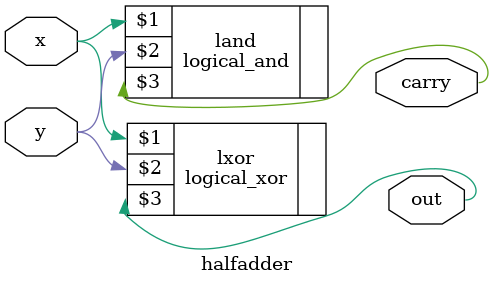
<source format=v>
module halfadder (
    input x, y,
    output out, carry
);

logical_xor lxor(x, y, out);
logical_and land(x, y, carry);

endmodule

</source>
